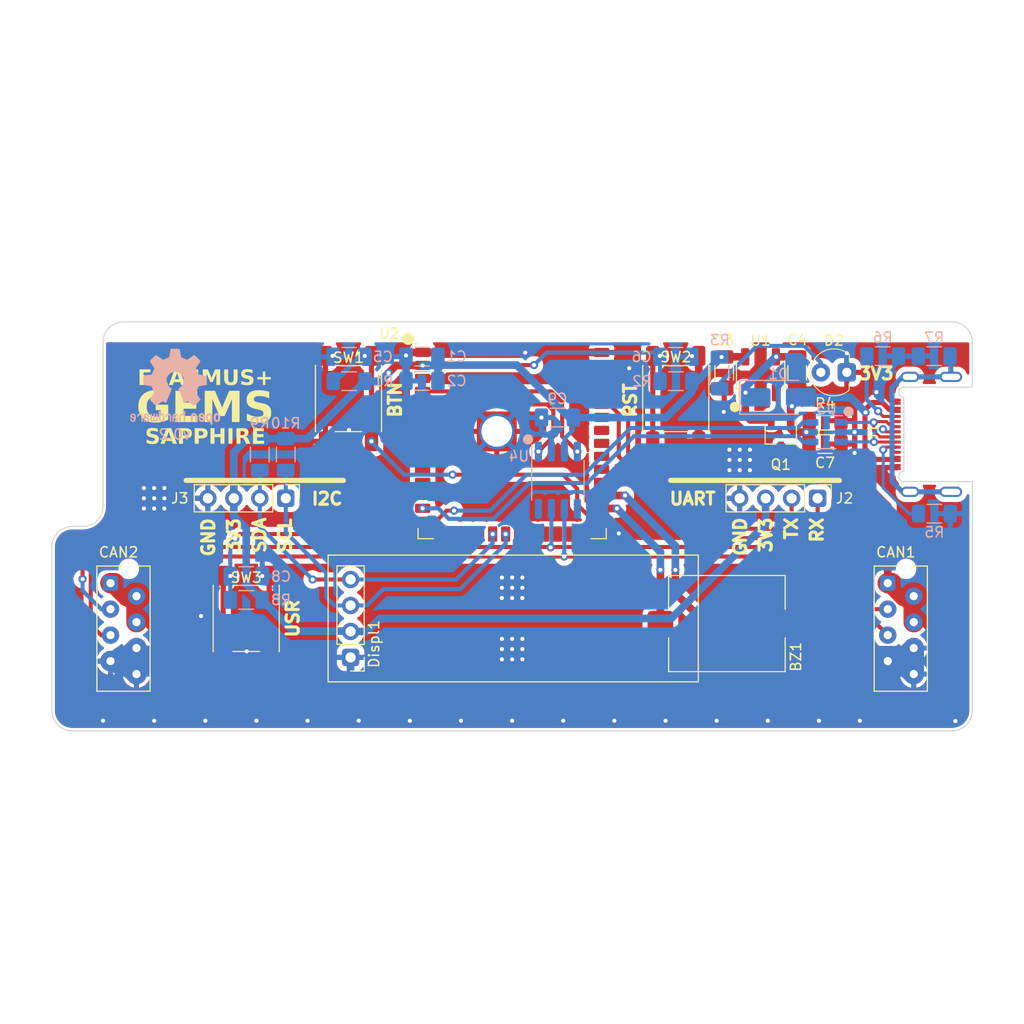
<source format=kicad_pcb>
(kicad_pcb (version 20240108) (generator "pcbnew") (generator_version "8.0")
  (title_block (title "SAPPHIRE") (date "2024-03-08") (rev "v0.2") (company "GEMS - Graceful Equalising of Mechatronics Students") (comment 2 "Contact: gasper.skulj@fs.uni-lj.si") (comment 3 "2022-1-SI01-KA220-HED-000087727") (comment 4 "Erasmus+ project KA2: Cooperation partnerships in higher education"))
  (layers (0 "F.Cu" signal) (31 "B.Cu" signal) (34 "B.Paste" user) (35 "F.Paste" user) (36 "B.SilkS" user "B.Silkscreen") (37 "F.SilkS" user "F.Silkscreen") (38 "B.Mask" user) (39 "F.Mask" user) (44 "Edge.Cuts" user))
  (net 0 "")
  (net 1 "GND")
  (net 2 "+3V3")
  (net 3 "Net-(Q1-S)")
  (net 4 "Net-(U2-IO0)")
  (net 5 "Net-(U2-EN)")
  (net 7 "VBUS")
  (net 8 "+BATT")
  (net 11 "/CAN+")
  (net 12 "Net-(D2-PadA)")
  (net 16 "Net-(J1-CC1)")
  (net 17 "Net-(J1-D--PadA7)")
  (net 18 "Net-(J1-CASE)")
  (net 19 "Net-(J1-CC2)")
  (net 20 "Net-(J1-D+-PadA6)")
  (net 22 "USB_D+")
  (net 23 "USB_D-")
  (net 24 "CAN_RX")
  (net 25 "UART_TX")
  (net 28 "UART_RX")
  (net 30 "CAN_TX")
  (net 34 "BZZR+")
  (net 35 "BZZR-")
  (net 39 "USR")
  (net 45 "SCL")
  (net 47 "/CAN-")
  (net 48 "SDA")
  (footprint "GEMS_Library:LED_D3.0mm" (layer "F.Cu") (at 181.4576 84.9376 180)
    (property "Reference" "D2")
    (property "Value" "Green")
  )
  (footprint "GEMS_Library:USB-C_MOLEX-216990-0001" (layer "F.Cu") (at 191.75 91 90)
    (property "Reference" "J1")
    (property "Value" "USB_C_USB2.0")
    (fp_line (start 3.62 -3.45) (end -3.62 -3.45) (stroke (width 0.1)) (layer "Edge.Cuts"))
    (fp_line (start 7 3.25) (end 4.62 3.25) (stroke (width 0.1)) (layer "Edge.Cuts"))
    (fp_line (start 4.62 3.25) (end 4.62 -3.45) (stroke (width 0.1)) (layer "Edge.Cuts"))
    (fp_line (start -4.62 3.25) (end -4.62 -3.45) (stroke (width 0.1)) (layer "Edge.Cuts"))
    (fp_line (start -7 3.25) (end -4.62 3.25) (stroke (width 0.1)) (layer "Edge.Cuts"))
    (fp_arc (start 3.62 -3.45) (mid 4.12 -3.95) (end 4.62 -3.45) (stroke (width 0.1)) (layer "Edge.Cuts"))
    (fp_arc (start -4.62 -3.45) (mid -4.12 -3.95) (end -3.62 -3.45) (stroke (width 0.1)) (layer "Edge.Cuts"))
  )
  (footprint "GEMS_Library:C_1206_(3216)" (layer "F.Cu") (at 177.8762 84.9884 -90)
    (property "Reference" "C4")
    (property "Value" "10uF")
  )
  (footprint "GEMS_Library:SW_PUSH_6mm_SMD" (layer "F.Cu") (at 166 87.5 -90)
    (property "Reference" "SW2")
    (property "Value" "RST")
  )
  (footprint "GEMS_Library:C_1206_(3216)" (layer "F.Cu") (at 180.594 91.948)
    (property "Reference" "C7")
    (property "Value" "0.1uF")
  )
  (footprint "GEMS_Library:SOT-23" (layer "F.Cu") (at 176.2887 90.9955 -90)
    (property "Reference" "Q1")
    (property "Value" "DMG2305UX-13")
  )
  (footprint "GEMS_Library:PinHeader_1x04_P2.54mm_Vertical" (layer "F.Cu") (at 176.06 97.25 -90)
    (property "Reference" "J2")
    (property "Value" "Conn_01x04")
  )
  (footprint "GEMS_Library:IDC8_Micro-MaTch" (layer "F.Cu") (at 112 110)
    (property "Reference" "CAN2")
    (property "Value" "CAN_connector")
  )
  (footprint "GEMS_Library:C_1206_(3216)" (layer "F.Cu") (at 170.7388 84.9884 -90)
    (property "Reference" "C3")
    (property "Value" "10uF")
  )
  (footprint "GEMS_Library:PinHeader_1x04_P2.54mm_Vertical" (layer "F.Cu") (at 124.06 97.25 -90)
    (property "Reference" "J3")
    (property "Value" "I2C")
  )
  (footprint "GEMS_Library:MDOB128032GV-WI" (layer "F.Cu") (at 134.205 109)
    (property "Reference" "Displ1")
    (property "Value" "MDOB128032GV-WI")
  )
  (footprint "GEMS_Library:SW_PUSH_6mm_SMD" (layer "F.Cu") (at 124 109 -90)
    (property "Reference" "SW3")
    (property "Value" "USR")
  )
  (footprint "GEMS_Library:SW_PUSH_6mm_SMD" (layer "F.Cu") (at 134 87.5 -90)
    (property "Reference" "SW1")
    (property "Value" "BTN")
  )
  (footprint "GEMS_Library:ESP32-S3-WROOM" (layer "F.Cu") (at 150 91.245)
    (property "Reference" "U2")
    (property "Value" "ESP32-S3-WROOM")
  )
  (footprint "GEMS_Library:IDC8_Micro-MaTch" (layer "F.Cu") (at 188 110)
    (property "Reference" "CAN1")
    (property "Value" "CAN_connector")
  )
  (footprint "GEMS_Library:SOT-89-5" (layer "F.Cu") (at 174.2934 85.1688)
    (property "Reference" "U1")
    (property "Value" "R1170H331B")
  )
  (footprint "GEMS_Library:R_1206_(3216)" (layer "F.Cu") (at 180.6077 89.662)
    (property "Reference" "R4")
    (property "Value" "100k")
  )
  (footprint "GEMS_Library:CPT-1117-83-SMT" (layer "F.Cu") (at 171 109.5 180)
    (property "Reference" "BZ1")
    (property "Value" "Buzzer")
  )
  (footprint "GEMS_Library:C_1206_(3216)" (layer "B.Cu") (at 141.1855 85.7753 180)
    (property "Reference" "C2")
    (property "Value" "0.1uF")
  )
  (footprint "GEMS_Library:C_1206_(3216)" (layer "B.Cu") (at 134.0612 83.4136 180)
    (property "Reference" "C5")
    (property "Value" "0.1uF")
  )
  (footprint "GEMS_Library:DO-214_(SMA)" (layer "B.Cu") (at 176.022 87.376)
    (property "Reference" "D1")
    (property "Value" "XBS306")
  )
  (footprint "GEMS_Library:R_1206_(3216)" (layer "B.Cu") (at 170.2816 84.9884 -90)
    (property "Reference" "R3")
    (property "Value" "240")
  )
  (footprint "GEMS_Library:R_1206_(3216)" (layer "B.Cu") (at 186.2316 83.35)
    (property "Reference" "R6")
    (property "Value" "5.1k")
  )
  (footprint "Symbol:OSHW-Logo2_9.8x8mm_SilkScreen" (layer "B.Cu") (at 117.05 86.35 180)
    (property "Reference" "REF**" (hide yes))
    (property "Value" "OSHW-Logo2_9.8x8mm_SilkScreen" (hide yes))
  )
  (footprint "GEMS_Library:C_1206_(3216)" (layer "B.Cu") (at 141.1855 83.4 180)
    (property "Reference" "C1")
    (property "Value" "10uF")
  )
  (footprint "GEMS_Library:R_1206_(3216)" (layer "B.Cu") (at 166.0144 85.8012 180)
    (property "Reference" "R2")
    (property "Value" "100k")
  )
  (footprint "GEMS_Library:SOT-23-6" (layer "B.Cu") (at 180.7464 90.7796 180)
    (property "Reference" "U3")
    (property "Value" "USBLC6-2SC6")
  )
  (footprint "GEMS_Library:R_1206_(3216)" (layer "B.Cu") (at 124.0028 107.188 180)
    (property "Reference" "R8")
    (property "Value" "100k")
  )
  (footprint "GEMS_Library:R_1206_(3216)" (layer "B.Cu") (at 191.262 83.35 180)
    (property "Reference" "R7")
    (property "Value" "1M")
  )
  (footprint "GEMS_Library:R_1206_(3216)" (layer "B.Cu") (at 127.8636 92.964 90)
    (property "Reference" "R10")
    (property "Value" "2.2k")
  )
  (footprint "GEMS_Library:R_1206_(3216)" (layer "B.Cu") (at 125.3236 92.964 90)
    (property "Reference" "R9")
    (property "Value" "2.2k")
  )
  (footprint "GEMS_Library:C_1206_(3216)" (layer "B.Cu") (at 166 83.4136)
    (property "Reference" "C6")
    (property "Value" "0.1uF")
  )
  (footprint "GEMS_Library:R_1206_(3216)" (layer "B.Cu") (at 134.0612 85.8012 180)
    (property "Reference" "R1")
    (property "Value" "100k")
  )
  (footprint "GEMS_Library:R_1206_(3216)" (layer "B.Cu") (at 191.2868 98.7552)
    (property "Reference" "R5")
    (property "Value" "5.1k")
  )
  (footprint "GEMS_Library:C_1206_(3216)" (layer "B.Cu") (at 154.432 89.3572 180)
    (property "Reference" "C9")
    (property "Value" "0.1uF")
  )
  (footprint "GEMS_Library:C_1206_(3216)" (layer "B.Cu") (at 124.0028 104.8512)
    (property "Reference" "C8")
    (property "Value" "0.1uF")
  )
  (footprint "GEMS_Library:SOIC-8" (layer "B.Cu") (at 154.4747 95.4809 -90)
    (property "Reference" "U4")
    (property "Value" "TCAN332DR")
  )
  (gr_line (start 118.125 95.5) (end 133.5 95.5) (stroke (width 0.5)) (layer "F.SilkS"))
  (gr_line (start 165.5 95.5) (end 182 95.5) (stroke (width 0.5)) (layer "F.SilkS"))
  (gr_line (start 112 80) (end 193 80) (stroke (width 0.1)) (layer "Edge.Cuts"))
  (gr_line (start 195 82) (end 195 84) (stroke (width 0.1)) (layer "Edge.Cuts"))
  (gr_arc (start 105 102) (mid 105.585786 100.585786) (end 107 100) (stroke (width 0.1)) (layer "Edge.Cuts"))
  (gr_line (start 193 120) (end 119 120) (stroke (width 0.1)) (layer "Edge.Cuts"))
  (gr_line (start 119 120) (end 107 120) (stroke (width 0.1)) (layer "Edge.Cuts"))
  (gr_line (start 110 98) (end 110 82) (stroke (width 0.1)) (layer "Edge.Cuts"))
  (gr_line (start 107 100) (end 108 100) (stroke (width 0.1)) (layer "Edge.Cuts"))
  (gr_line (start 195 118) (end 195 98) (stroke (width 0.1)) (layer "Edge.Cuts"))
  (gr_arc (start 107 120) (mid 105.585786 119.414214) (end 105 118) (stroke (width 0.1)) (layer "Edge.Cuts"))
  (gr_arc (start 195 118) (mid 194.414214 119.414214) (end 193 120) (stroke (width 0.1)) (layer "Edge.Cuts"))
  (gr_arc (start 110 82) (mid 110.585786 80.585786) (end 112 80) (stroke (width 0.1)) (layer "Edge.Cuts"))
  (gr_arc (start 110 98) (mid 109.414214 99.414214) (end 108 100) (stroke (width 0.1)) (layer "Edge.Cuts"))
  (gr_line (start 105 118) (end 105 102) (stroke (width 0.1)) (layer "Edge.Cuts"))
  (gr_arc (start 193 80) (mid 194.414214 80.585786) (end 195 82) (stroke (width 0.1)) (layer "Edge.Cuts"))
  (gr_text "v0.2" (at 117 91 0) (layer "B.SilkS") (effects (font (size 1 1)) (justify mirror)))
  (gr_text "UART" (at 165.25 98 0) (layer "F.SilkS") (effects (font (size 1.2 1.2) (thickness 0.3) (bold yes)) (justify left bottom)))
  (gr_text "SDA" (at 126 102.75 90) (layer "F.SilkS") (effects (font (size 1.2 1.2) (thickness 0.3) (bold yes)) (justify left bottom)))
  (gr_text "USR" (at 129.25 111 90) (layer "F.SilkS") (effects (font (size 1.2 1.2) (thickness 0.3) (bold yes)) (justify left bottom)))
  (gr_text "3V3" (at 183.75 85.75 0) (layer "F.SilkS") (effects (font (size 1.2 1.2) (thickness 0.3) (bold yes)) (justify left bottom)))
  (gr_text "I2C" (at 130.25 98 0) (layer "F.SilkS") (effects (font (size 1.2 1.2) (thickness 0.3) (bold yes)) (justify left bottom)))
  (gr_text "BTN" (at 139.25 89.5 90) (layer "F.SilkS") (effects (font (size 1.2 1.2) (thickness 0.3) (bold yes)) (justify left bottom)))
  (gr_text "ERASMUS+" (at 120 85.5508 0) (layer "F.SilkS") (effects (font (size 1.5 1.5) (thickness 0.2) (bold yes))))
  (gr_text "TX" (at 178 101.435714 90) (layer "F.SilkS") (effects (font (size 1.2 1.2) (thickness 0.3) (bold yes)) (justify left bottom)))
  (gr_text "GND" (at 173 103.035714 90) (layer "F.SilkS") (effects (font (size 1.2 1.2) (thickness 0.3) (bold yes)) (justify left bottom)))
  (gr_text "SCL" (at 128.5 102.75 90) (layer "F.SilkS") (effects (font (size 1.2 1.2) (thickness 0.3) (bold yes)) (justify left bottom)))
  (gr_text "SAPPHIRE" (at 120 91.3008 0) (layer "F.SilkS") (effects (font (size 1.5 1.5) (thickness 0.2) (bold yes))))
  (gr_text "GND" (at 121 103.092859 90) (layer "F.SilkS") (effects (font (size 1.2 1.2) (thickness 0.3) (bold yes)) (justify left bottom)))
  (gr_text "RST" (at 162.25 89.5 90) (layer "F.SilkS") (effects (font (size 1.2 1.2) (thickness 0.3) (bold yes)) (justify left bottom)))
  (gr_text "RX" (at 180.5 101.721428 90) (layer "F.SilkS") (effects (font (size 1.2 1.2) (thickness 0.3) (bold yes)) (justify left bottom)))
  (gr_text "GEMS" (at 120 88.5508 0) (layer "F.SilkS") (effects (font (size 3 3) (thickness 0.4) (bold yes))))
  (gr_text "3V3" (at 123.5 102.750001 90) (layer "F.SilkS") (effects (font (size 1.2 1.2) (thickness 0.3) (bold yes)) (justify left bottom)))
  (gr_text "3V3" (at 175.5 102.692856 90) (layer "F.SilkS") (effects (font (size 1.2 1.2) (thickness 0.3) (bold yes)) (justify left bottom)))
  (segment (start 125.5915 104.825) (end 126.25 104.825) (width 0.5) (layer "F.Cu") (net 1))
  (segment (start 183.5404 88.392) (end 185.0644 86.868) (width 0.5) (layer "F.Cu") (net 1))
  (segment (start 187.1472 94.2848) (end 187.1472 94.1324) (width 0.3) (layer "F.Cu") (net 1))
  (segment (start 112 113.17) (end 113.27 114.44) (width 2) (layer "F.Cu") (net 1))
  (segment (start 178.7013 87.376) (end 177.8762 86.5509) (width 0.75) (layer "F.Cu") (net 1))
  (segment (start 132.4356 83.325) (end 131.75 83.325) (width 0.5) (layer "F.Cu") (net 1))
  (segment (start 187.6 87.65) (end 187.178 87.65) (width 0.3) (layer "F.Cu") (net 1))
  (segment (start 183.4896 88.4428) (end 183.4896 89.662) (width 0.5) (layer "F.Cu") (net 1))
  (segment (start 183.4896 90.7796) (end 182.1577 90.7796) (width 0.5) (layer "F.Cu") (net 1))
  (segment (start 168.2122 83.3628) (end 168.25 83.325) (width 0.5) (layer "F.Cu") (net 1))
  (segment (start 183.5404 88.392) (end 183.4896 88.4428) (width 0.5) (layer "F.Cu") (net 1))
  (segment (start 182.1577 90.7796) (end 182.1577 91.9468) (width 0.5) (layer "F.Cu") (net 1))
  (segment (start 139.623 83.285) (end 139.918 82.99) (width 0.75) (layer "F.Cu") (net 1))
  (segment (start 182.1577 91.9468) (end 182.1565 91.948) (width 0.5) (layer "F.Cu") (net 1))
  (segment (start 183.4896 92.8116) (end 184.912 94.234) (width 0.5) (layer "F.Cu") (net 1))
  (segment (start 187.2124 94.35) (end 187.1472 94.2848) (width 0.3) (layer "F.Cu") (net 1))
  (segment (start 185.0644 86.868) (end 185.6232 86.868) (width 0.5) (layer "F.Cu") (net 1))
  (segment (start 168.25 86.5124) (end 168.25 83.325) (width 0.75) (layer "F.Cu") (net 1))
  (segment (start 182.1577 89.662) (end 182.1577 90.7796) (width 0.5) (layer "F.Cu") (net 1))
  (segment (start 187.2132 87.95) (end 187.6 87.95) (width 0.3) (layer "F.Cu") (net 1))
  (segment (start 177.8762 86.5509) (end 176.4941 85.1688) (width 0.75) (layer "F.Cu") (net 1))
  (segment (start 170.7388 86.5509) (end 168.2885 86.5509) (width 0.75) (layer "F.Cu") (net 1))
  (segment (start 141.25 82.99) (end 151.2652 82.99) (width 0.75) (layer "F.Cu") (net 1))
  (segment (start 185.6232 86.868) (end 186.1652 86.868) (width 0.5) (layer "F.Cu") (net 1))
  (segment (start 187.2296 94.05) (end 187.6 94.05) (width 0.3) (layer "F.Cu") (net 1))
  (segment (start 187.1472 94.1324) (end 187.2296 94.05) (width 0.3) (layer "F.Cu") (net 1))
  (segment (start 188 113.17) (end 186.73 113.17) (width 2) (layer "F.Cu") (net 1))
  (segment (start 187.1472 87.6808) (end 187.1472 87.884) (width 0.3) (layer "F.Cu") (net 1))
  (segment (start 183.4896 89.662) (end 182.1577 89.662) (width 0.5) (layer "F.Cu") (net 1))
  (segment (start 151.2996 82.99) (end 158.75 82.99) (width 0.75) (layer "F.Cu") (net 1))
  (segment (start 168.2885 86.5509) (end 168.25 86.5124) (width 0.75) (layer "F.Cu") (net 1))
  (segment (start 151.2824 83.0072) (end 151.2996 82.99) (width 0.75) (layer "F.Cu") (net 1))
  (segment (start 125.5653 104.8512) (end 126.25 104.8512) (width 0.5) (layer "F.Cu") (net 1))
  (segment (start 113.27 111.9) (end 113.27 114.44) (width 2) (layer "F.Cu") (net 1))
  (segment (start 187.178 87.65) (end 187.1472 87.6808) (width 0.3) (layer "F.Cu") (net 1))
  (segment (start 131.75 83.325) (end 131.75 91.675) (width 0.5) (layer "F.Cu") (net 1))
  (segment (start 151.2652 82.99) (end 151.2824 83.0072) (width 0.75) (layer "F.Cu") (net 1))
  (segment (start 187.6 94.35) (end 187.2124 94.35) (width 0.3) (layer "F.Cu") (net 1))
  (segment (start 172.1209 85.1688) (end 170.7388 86.5509) (width 0.75) (layer "F.Cu") (net 1))
  (segment (start 126.25 104.8512) (end 126.25 113.175) (width 0.5) (layer "F.Cu") (net 1))
  (segment (start 186.1652 86.868) (end 187.1472 87.85) (width 0.5) (layer "F.Cu") (net 1))
  (segment (start 139.918 82.99) (end 141.25 82.99) (width 0.75) (layer "F.Cu") (net 1))
  (segment (start 183.0832 87.376) (end 178.7013 87.376) (width 0.75) (layer "F.Cu") (net 1))
  (segment (start 187.1472 87.884) (end 187.2132 87.95) (width 0.3) (layer "F.Cu") (net 1))
  (segment (start 125.5653 104.8512) (end 125.5915 104.825) (width 0.5) (layer "F.Cu") (net 1))
  (segment (start 189.27 111.9) (end 189.27 114.44) (width 2) (layer "F.Cu") (net 1))
  (segment (start 174.2934 85.1688) (end 172.1209 85.1688) (width 0.75) (layer "F.Cu") (net 1))
  (segment (start 189.27 111.9) (end 188 113.17) (width 2) (layer "F.Cu") (net 1))
  (segment (start 183.5912 87.884) (end 183.0832 87.376) (width 0.75) (layer "F.Cu") (net 1))
  (segment (start 183.4896 92.8116) (end 183.4896 88.4428) (width 0.5) (layer "F.Cu") (net 1))
  (segment (start 184.912 94.234) (end 187.0964 94.234) (width 0.5) (layer "F.Cu") (net 1))
  (segment (start 112 113.17) (end 113.27 111.9) (width 2) (layer "F.Cu") (net 1))
  (segment (start 168.25 91.675) (end 168.25 86.5124) (width 0.75) (layer "F.Cu") (net 1))
  (segment (start 110.73 113.17) (end 112 113.17) (width 2) (layer "F.Cu") (net 1))
  (segment (start 176.4941 85.1688) (end 174.2934 85.1688) (width 0.75) (layer "F.Cu") (net 1))
  (segment (start 167.5892 83.3628) (end 168.2122 83.3628) (width 0.5) (layer "F.Cu") (net 1))
  (segment (start 189.27 114.44) (end 188 113.17) (width 2) (layer "F.Cu") (net 1))
  (via (at 115 96.25) (size 0.8) (drill 0.4) (layers "F.Cu" "B.Cu") (net 1))
  (via (at 160.4264 100.6856) (size 0.8) (drill 0.4) (layers "F.Cu" "B.Cu") (net 1))
  (via (at 125.5653 104.8512) (size 0.8) (drill 0.4) (layers "F.Cu" "B.Cu") (net 1))
  (via (at 170.688 88.7984) (size 0.8) (drill 0.4) (layers "F.Cu" "B.Cu") (net 1))
  (via (at 124.0536 112.2172) (size 0.8) (drill 0.4) (layers "F.Cu" "B.Cu") (net 1))
  (via (at 114 98.25) (size 0.8) (drill 0.4) (layers "F.Cu" "B.Cu") (net 1))
  (via (at 132.4356 83.325) (size 0.8) (drill 0.4) (layers "F.Cu" "B.Cu") (net 1))
  (via (at 114 97.25) (size 0.8) (drill 0.4) (layers "F.Cu" "B.Cu") (net 1))
  (via (at 150 113) (size 0.8) (drill 0.4) (layers "F.Cu" "B.Cu") (net 1))
  (via (at 150 111) (size 0.8) (drill 0.4) (layers "F.Cu" "B.Cu") (net 1))
  (via (at 171.25 94.5) (size 0.8) (drill 0.4) (layers "F.Cu" "B.Cu") (net 1))
  (via (at 155 119) (size 0.8) (drill 0.4) (layers "F.Cu" "B.Cu") (net 1))
  (via (at 145 119) (size 0.8) (drill 0.4) (layers "F.Cu" "B.Cu") (net 1))
  (via (at 151 111) (size 0.8) (drill 0.4) (layers "F.Cu" "B.Cu") (net 1))
  (via (at 173.25 93.5) (size 0.8) (drill 0.4) (layers "F.Cu" "B.Cu") (net 1))
  (via (at 150 106) (size 0.8) (drill 0.4) (layers "F.Cu" "B.Cu") (net 1))
  (via (at 116 96.25) (size 0.8) (drill 0.4) (layers "F.Cu" "B.Cu") (net 1))
  (via (at 183.4896 90.7796) (size 0.8) (drill 0.4) (layers "F.Cu" "B.Cu") (net 1))
  (via (at 151 107) (size 0.8) (drill 0.4) (layers "F.Cu" "B.Cu") (net 1))
  (via (at 116 98.25) (size 0.8) (drill 0.4) (layers "F.Cu" "B.Cu") (net 1))
  (via (at 160 119) (size 0.8) (drill 0.4) (layers "F.Cu" "B.Cu") (net 1))
  (via (at 182.7276 83.058) (size 0.8) (drill 0.4) (layers "F.Cu" "B.Cu") (net 1))
  (via (at 193.3448 119.0244) (size 0.8) (drill 0.4) (layers "F.Cu" "B.Cu") (net 1))
  (via (at 119.5832 108.7628) (size 0.8) (drill 0.4) (layers "F.Cu" "B.Cu") (net 1))
  (via (at 151 112) (size 0.8) (drill 0.4) (layers "F.Cu" "B.Cu") (net 1))
  (via (at 150 119) (size 0.8) (drill 0.4) (layers "F.Cu" "B.Cu") (net 1))
  (via (at 120 119) (size 0.8) (drill 0.4) (layers "F.Cu" "B.Cu") (net 1))
  (via (at 175 119) (size 0.8) (drill 0.4) (layers "F.Cu" "B.Cu") (net 1))
  (via (at 115 119) (size 0.8) (drill 0.4) (layers "F.Cu" "B.Cu") (net 1))
  (via (at 149 113) (size 0.8) (drill 0.4) (layers "F.Cu" "B.Cu") (net 1))
  (via (at 115 98.25) (size 0.8) (drill 0.4) (layers "F.Cu" "B.Cu") (net 1))
  (via (at 140 119) (size 0.8) (drill 0.4) (layers "F.Cu" "B.Cu") (net 1))
  (via (at 180 119) (size 0.8) (drill 0.4) (layers "F.Cu" "B.Cu") (net 1))
  (via (at 134.0612 90.5764) (size 0.8) (drill 0.4) (layers "F.Cu" "B.Cu") (net 1))
  (via (at 150 107) (size 0.8) (drill 0.4) (layers "F.Cu" "B.Cu") (net 1))
  (via (at 172.25 93.5) (size 0.8) (drill 0.4) (layers "F.Cu" "B.Cu") (net 1))
  (via (at 125 119) (size 0.8) (drill 0.4) (layers "F.Cu" "B.Cu") (net 1))
  (via (at 149 105) (size 0.8) (drill 0.4) (layers "F.Cu" "B.Cu") (net 1))
  (via (at 149 107) (size 0.8) (drill 0.4) (layers "F.Cu" "B.Cu") (net 1))
  (via (at 161.4424 84.5312) (size 0.8) (drill 0.4) (layers "F.Cu" "B.Cu") (net 1))
  (via (at 149 111) (size 0.8) (drill 0.4) (layers "F.Cu" "B.Cu") (net 1))
  (via (at 149 106) (size 0.8) (drill 0.4) (layers "F.Cu" "B.Cu") (net 1))
  (via (at 170 119) (size 0.8) (drill 0.4) (layers "F.Cu" "B.Cu") (net 1))
  (via (at 151 113) (size 0.8) (drill 0.4) (layers "F.Cu" "B.Cu") (net 1))
  (via (at 110 119) (size 0.8) (drill 0.4) (layers "F.Cu" "B.Cu") (net 1))
  (via (at 135 119) (size 0.8) (drill 0.4) (layers "F.Cu" "B.Cu") (net 1))
  (via (at 152.8695 89.3572) (size 0.8) (drill 0.4) (layers "F.Cu" "B.Cu") (net 1))
  (via (at 183.4896 92.8116) (size 0.8) (drill 0.4) (layers "F.Cu" "B.Cu") (net 1))
  (via (at 167.5892 83.3628) (size 0.8) (drill 0.4) (layers "F.Cu" "B.Cu") (net 1))
  (via (at 151 105) (size 0.8) (drill 0.4) (layers "F.Cu" "B.Cu") (net 1))
  (via (at 171.25 92.5) (size 0.8) (drill 0.4) (layers "F.Cu" "B.Cu") (net 1))
  (via (at 116 97.25) (size 0.8) (drill 0.4) (layers "F.Cu" "B.Cu") (net 1))
  (via (at 172.25 92.5) (size 0.8) (drill 0.4) (layers "F.Cu" "B.Cu") (net 1))
  (via (at 150 112) (size 0.8) (drill 0.4) (layers "F.Cu" "B.Cu") (net 1))
  (via (at 130 119) (size 0.8) (drill 0.4) (layers "F.Cu" "B.Cu") (net 1))
  (via (at 151.2824 83.0072) (size 0.8) (drill 0.4) (layers "F.Cu" "B.Cu") (net 1))
  (via (at 151 106) (size 0.8) (drill 0.4) (layers "F.Cu" "B.Cu") (net 1))
  (via (at 139.623 83.285) (size 0.8) (drill 0.4) (layers "F.Cu" "B.Cu") (net 1))
  (via (at 171.25 93.5) (size 0.8) (drill 0.4) (layers "F.Cu" "B.Cu") (net 1))
  (via (at 172.25 94.5) (size 0.8) (drill 0.4) (layers "F.Cu" "B.Cu") (net 1))
  (via (at 150 105) (size 0.8) (drill 0.4) (layers "F.Cu" "B.Cu") (net 1))
  (via (at 114 96.25) (size 0.8) (drill 0.4) (layers "F.Cu" "B.Cu") (net 1))
  (via (at 149 112) (size 0.8) (drill 0.4) (layers "F.Cu" "B.Cu") (net 1))
  (via (at 185.6232 86.868) (size 0.8) (drill 0.4) (layers "F.Cu" "B.Cu") (net 1))
  (via (at 173.25 94.5) (size 0.8) (drill 0.4) (layers "F.Cu" "B.Cu") (net 1))
  (via (at 173.25 92.5) (size 0.8) (drill 0.4) (layers "F.Cu" "B.Cu") (net 1))
  (via (at 184 119) (size 0.8) (drill 0.4) (layers "F.Cu" "B.Cu") (net 1))
  (via (at 115 97.25) (size 0.8) (drill 0.4) (layers "F.Cu" "B.Cu") (net 1))
  (via (at 165 119) (size 0.8) (drill 0.4) (layers "F.Cu" "B.Cu") (net 1))
  (segment (start 134.25 116.5) (end 182.353755 116.5) (width 3) (layer "B.Cu") (net 1))
  (segment (start 152.8695 90.4871) (end 152.8695 89.3572) (width 0.4) (layer "B.Cu") (net 1))
  (segment (start 115.202 113.17) (end 118.532 116.5) (width 3) (layer "B.Cu") (net 1))
  (segment (start 182.7276 83.058) (end 182.7276 84.9376) (width 0.5) (layer "B.Cu") (net 1))
  (segment (start 185.6232 86.0044) (end 187.7816 83.846) (width 0.5) (layer "B.Cu") (net 1))
  (segment (start 139.623 83.4) (end 139.623 85.7753) (width 0.75) (layer "B.Cu") (net 1))
  (segment (start 112 113.17) (end 113.27 111.9) (width 2) (layer "B.Cu") (net 1))
  (segment (start 134.205 116.455) (end 134.25 116.5) (width 0.75) (layer "B.Cu") (net 1))
  (segment (start 153.8397 91.4573) (end 152.8695 90.4871) (width 0.4) (layer "B.Cu") (net 1))
  (segment (start 118.532 116.5) (end 134.25 116.5) (width 3) (layer "B.Cu") (net 1))
  (segment (start 189.27 111.9) (end 189.27 113.5) (width 2) (layer "B.Cu") (net 1))
  (segment (start 187.7816 83.846) (end 187.7816 83.35) (width 0.5) (layer "B.Cu") (net 1))
  (segment (start 185.6232 86.868) (end 185.6232 86.0044) (width 0.5) (layer "B.Cu") (net 1))
  (segment (start 188 113.17) (end 186.73 113.17) (width 2) (layer "B.Cu") (net 1))
  (segment (start 185.673755 113.18) (end 187.99 113.18) (width 3) (layer "B.Cu") (net 1))
  (segment (start 112 113.17) (end 115.202 113.17) (width 3) (layer "B.Cu") (net 1))
  (segment (start 187.99 113.18) (end 188 113.17) (width 3) (layer "B.Cu") (net 1))
  (segment (start 189.27 111.9) (end 188 113.17) (width 2) (layer "B.Cu") (net 1))
  (segment (start 188.94 113.17) (end 189.27 113.5) (width 2) (layer "B.Cu") (net 1))
  (segment (start 110.73 113.17) (end 112 113.17) (width 2) (layer "B.Cu") (net 1))
  (segment (start 187.7816 83.35) (end 189.712 83.35) (width 0.5) (layer "B.Cu") (net 1))
  (segment (start 188 113.17) (end 189.27 114.44) (width 2) (layer "B.Cu") (net 1))
  (segment (start 112 113.17) (end 113.27 114.44) (width 2) (layer "B.Cu") (net 1))
  (segment (start 189.27 113.5) (end 189.27 114.44) (width 2) (layer "B.Cu") (net 1))
  (segment (start 183.4896 90.7796) (end 182.1464 90.7796) (width 0.5) (layer "B.Cu") (net 1))
  (segment (start 153.8397 92.6809) (end 153.8397 91.4573) (width 0.4) (layer "B.Cu") (net 1))
  (segment (start 134.205 112.81) (end 134.205 116.455) (width 0.75) (layer "B.Cu") (net 1))
  (segment (start 182.353755 116.5) (end 185.673755 113.18) (width 3) (layer "B.Cu") (net 1))
  (segment (start 170.4973 83.4259) (end 170.7388 83.4259) (width 0.5) (layer "F.Cu") (net 2))
  (segment (start 170.4848 83.4384) (end 170.5044 83.4188) (width 0.75) (layer "F.Cu") (net 2))
  (segment (start 170.4848 83.4384) (end 170.4973 83.4259) (width 0.5) (layer "F.Cu") (net 2))
  (segment (start 170.5044 83.4188) (end 172.7934 83.4188) (width 0.75) (layer "F.Cu") (net 2))
  (segment (start 141.25 84.26) (end 138.6504 84.26) (width 0.75) (layer "F.Cu") (net 2))
  (segment (start 138.6504 84.26) (end 137.922 84.9884) (width 0.75) (layer "F.Cu") (net 2))
  (via (at 141.25 84.26) (size 0.8) (drill 0.4) (layers "F.Cu" "B.Cu") (net 2))
  (via (at 170.4848 83.4384) (size 0.8) (drill 0.4) (layers "F.Cu" "B.Cu") (net 2))
  (via (at 137.922 84.9884) (size 0.8) (drill 0.4) (layers "F.Cu" "B.Cu") (net 2))
  (segment (start 127.8636 91.414) (end 125.3236 91.414) (width 0.75) (layer "B.Cu") (net 2))
  (segment (start 165.0492 89.3572) (end 156.0961 89.3572) (width 0.75) (layer "B.Cu") (net 2))
  (segment (start 155.5881 89.3572) (end 150.4573 84.2264) (width 0.75) (layer "B.Cu") (net 2))
  (segment (start 155.9945 89.3572) (end 155.5881 89.3572) (width 0.75) (layer "B.Cu") (net 2))
  (segment (start 137.0752 109) (end 165.574 109) (width 0.75) (layer "B.Cu") (net 2))
  (segment (start 155.1097 91.4227) (end 155.1097 92.6809) (width 0.4) (layer "B.Cu") (net 2))
  (segment (start 122.79 98.99) (end 124.0028 100.2028) (width 0.75) (layer "B.Cu") (net 2))
  (segment (start 122.79 97.25) (end 122.79 98.99) (width 0.75) (layer "B.Cu") (net 2))
  (segment (start 122.79 97.25) (end 122.79 92.7544) (width 0.75) (layer "B.Cu") (net 2))
  (segment (start 155.9437 90.5887) (end 155.1097 91.4227) (width 0.4) (layer "B.Cu") (net 2))
  (segment (start 170.4848 83.4384) (end 170.46 83.4384) (width 0.75) (layer "B.Cu") (net 2))
  (segment (start 129.9984 91.414) (end 127.8636 91.414) (width 0.75) (layer "B.Cu") (net 2))
  (segment (start 142.748 83.4) (end 142.748 84.2264) (width 0.75) (layer "B.Cu") (net 2))
  (segment (start 170.46 83.4384) (end 168.0972 85.8012) (width 0.75) (layer "B.Cu") (net 2))
  (segment (start 155.9437 89.408) (end 155.9437 90.5887) (width 0.4) (layer "B.Cu") (net 2))
  (segment (start 124.0028 105.638) (end 125.5528 107.188) (width 0.75) (layer "B.Cu") (net 2))
  (segment (start 137.1092 85.8012) (end 135.6112 85.8012) (width 0.75) (layer "B.Cu") (net 2))
  (segment (start 128.6008 110.236) (end 134.171 110.236) (width 0.75) (layer "B.Cu") (net 2))
  (segment (start 168.0972 85.8012) (end 167.5644 85.8012) (width 0.75) (layer "B.Cu") (net 2))
  (segment (start 124.1304 91.414) (end 125.3236 91.414) (width 0.75) (layer "B.Cu") (net 2))
  (segment (start 125.5528 107.188) (end 128.6008 110.236) (width 0.75) (layer "B.Cu") (net 2))
  (segment (start 137.922 84.9884) (end 137.1092 85.8012) (width 0.75) (layer "B.Cu") (net 2))
  (segment (start 150.4573 84.2264) (end 142.748 84.2264) (width 0.75) (layer "B.Cu") (net 2))
  (segment (start 129.9984 91.414) (end 135.6112 85.8012) (width 0.75) (layer "B.Cu") (net 2))
  (segment (start 167.5644 86.842) (end 165.0492 89.3572) (width 0.75) (layer "B.Cu") (net 2))
  (segment (start 165.574 109) (end 174.79 99.784) (width 0.75) (layer "B.Cu") (net 2))
  (segment (start 122.79 92.7544) (end 124.1304 91.414) (width 0.75) (layer "B.Cu") (net 2))
  (segment (start 134.205 110.27) (end 135.8052 110.27) (width 0.75) (layer "B.Cu") (net 2))
  (segment (start 142.7144 84.26) (end 142.748 84.2264) (width 0.75) (layer "B.Cu") (net 2))
  (segment (start 167.5644 85.8012) (end 167.5644 86.842) (width 0.75) (layer "B.Cu") (net 2))
  (segment (start 135.8052 110.27) (end 137.0752 109) (width 0.75) (layer "B.Cu") (net 2))
  (segment (start 141.25 84.26) (end 142.7144 84.26) (width 0.75) (layer "B.Cu") (net 2))
  (segment (start 142.748 84.2264) (end 142.748 85.7753) (width 0.75) (layer "B.Cu") (net 2))
  (segment (start 174.79 99.784) (end 174.79 97.25) (width 0.75) (layer "B.Cu") (net 2))
  (segment (start 124.0028 100.2028) (end 124.0028 105.638) (width 0.75) (layer "B.Cu") (net 2))
  (segment (start 134.171 110.236) (end 134.205 110.27) (width 0.75) (layer "B.Cu") (net 2))
  (segment (start 175.8005 83.4259) (end 175.7934 83.4188) (width 0.5) (layer "F.Cu") (net 3))
  (segment (start 172.7934 86.9188) (end 172.8216 86.9188) (width 0.75) (layer "F.Cu") (net 3))
  (segment (start 175.8311 83.4259) (end 175.8188 83.4136) (width 0.75) (layer "F.Cu") (net 3))
  (segment (start 177.8762 83.4754) (end 177.8762 83.4259) (width 0.5) (layer "F.Cu") (net 3))
  (segment (start 172.8216 86.9188) (end 172.7934 89.075) (width 0.75) (layer "F.Cu") (net 3))
  (segment (start 175.8188 83.4136) (end 175.8065 83.4259) (width 0.75) (layer "F.Cu") (net 3))
  (segment (start 177.8762 83.4259) (end 175.8311 83.4259) (width 0.75) (layer "F.Cu") (net 3))
  (segment (start 175.8065 83.4259) (end 175.8005 83.4259) (width 0.75) (layer "F.Cu") (net 3))
  (segment (start 172.7934 89.075) (end 173.3039 89.5855) (width 0.75) (layer "F.Cu") (net 3))
  (segment (start 173.3039 89.5855) (end 175.3387 89.5855) (width 0.75) (layer "F.Cu") (net 3))
  (via (at 175.8188 83.4136) (size 0.8) (drill 0.4) (layers "F.Cu" "B.Cu") (net 3))
  (via (at 172.8216 86.9188) (size 0.8) (drill 0.4) (layers "F.Cu" "B.Cu") (net 3))
  (segment (start 175.768 83.4136) (end 172.8216 86.36) (width 0.75) (layer "B.Cu") (net 3))
  (segment (start 172.8216 86.36) (end 172.8216 86.9188) (width 0.75) (layer "B.Cu") (net 3))
  (segment (start 175.8188 83.4136) (end 175.768 83.4136) (width 0.75) (layer "B.Cu") (net 3))
  (segment (start 144.1704 94.9452) (end 154.9908 94.9452) (width 0.4) (layer "F.Cu") (net 4))
  (segment (start 136.25 83.325) (end 136.25 91.675) (width 0.5) (layer "F.Cu") (net 4))
  (segment (start 135.5852 83.325) (end 136.25 83.325) (width 0.5) (layer "F.Cu") (net 4))
  (segment (start 156.3624 97.862399) (end 158.000001 99.5) (width 0.4) (layer "F.Cu") (net 4))
  (segment (start 158.000001 99.5) (end 158.75 99.5) (width 0.4) (layer "F.Cu") (net 4))
  (segment (start 154.9908 94.9452) (end 156.3624 96.3168) (width 0.4) (layer "F.Cu") (net 4))
  (segment (start 156.3624 96.3168) (end 156.3624 97.862399) (width 0.4) (layer "F.Cu") (net 4))
  (via (at 144.1704 94.9452) (size 0.8) (drill 0.4) (layers "F.Cu" "B.Cu") (net 4))
  (via (at 136.25 91.675) (size 0.8) (drill 0.4) (layers "F.Cu" "B.Cu") (net 4))
  (via (at 135.5852 83.325) (size 0.8) (drill 0.4) (layers "F.Cu" "B.Cu") (net 4))
  (segment (start 135.5852 83.325) (end 135.1658 83.325) (width 0.5) (layer "B.Cu") (net 4))
  (segment (start 132.6896 85.8012) (end 132.5112 85.8012) (width 0.5) (layer "B.Cu") (net 4))
  (segment (start 135.1658 83.325) (end 132.6896 85.8012) (width 0.5) (layer "B.Cu") (net 4))
  (segment (start 135.5852 83.325) (end 135.5852 83.3751) (width 0.5) (layer "B.Cu") (net 4))
  (segment (start 136.25 91.75) (end 136.25 91.675) (width 0.4) (layer "B.Cu") (net 4))
  (segment (start 135.5852 83.3751) (end 135.6237 83.4136) (width 0.5) (layer "B.Cu") (net 4))
  (segment (start 139.4452 94.9452) (end 136.25 91.75) (width 0.4) (layer "B.Cu") (net 4))
  (segment (start 144.1704 94.9452) (end 139.4452 94.9452) (width 0.4) (layer "B.Cu") (net 4))
  (segment (start 141.999999 85.53) (end 141.25 85.53) (width 0.4) (layer "F.Cu") (net 5))
  (segment (start 164.4526 83.325) (end 163.75 83.325) (width 0.5) (layer "F.Cu") (net 5))
  (segment (start 152.146 84.2264) (end 143.303599 84.2264) (width 0.4) (layer "F.Cu") (net 5))
  (segment (start 143.303599 84.2264) (end 141.999999 85.53) (width 0.4) (layer "F.Cu") (net 5))
  (segment (start 163.75 91.675) (end 163.75 83.325) (width 0.5) (layer "F.Cu") (net 5))
  (via (at 152.146 84.2264) (size 0.8) (drill 0.4) (layers "F.Cu" "B.Cu") (net 5))
  (via (at 164.4526 83.325) (size 0.8) (drill 0.4) (layers "F.Cu" "B.Cu") (net 5))
  (segment (start 164.4644 83.3368) (end 164.4644 83.4405) (width 0.5) (layer "B.Cu") (net 5))
  (segment (start 164.4526 83.325) (end 164.4644 83.3368) (width 0.5) (layer "B.Cu") (net 5))
  (segment (start 164.4526 83.325) (end 164.4375 83.3401) (width 0.5) (layer "B.Cu") (net 5))
  (segment (start 152.146 84.2264) (end 153.3652 83.0072) (width 0.4) (layer "B.Cu") (net 5))
  (segment (start 164.0311 83.0072) (end 164.4375 83.4136) (width 0.4) (layer "B.Cu") (net 5))
  (segment (start 153.3652 83.0072) (end 164.0311 83.0072) (width 0.4) (layer "B.Cu") (net 5))
  (segment (start 164.4375 83.3401) (end 164.4375 83.4136) (width 0.5) (layer "B.Cu") (net 5))
  (segment (start 164.4644 85.8012) (end 164.4644 83.4405) (width 0.4) (layer "B.Cu") (net 5))
  (segment (start 186.9964 88.55) (end 187.0964 88.65) (width 0.5) (layer "F.Cu") (net 7))
  (segment (start 178.7652 90.7796) (end 179.07 90.7796) (width 0.5) (layer "F.Cu") (net 7))
  (segment (start 177.5714 90.7796) (end 177.2387 90.4469) (width 0.75) (layer "F.Cu") (net 7))
  (segment (start 184.5056 88.9) (end 184.5564 88.8492) (width 0.5) (layer "F.Cu") (net 7))
  (segment (start 187.6 88.45) (end 187.1908 88.45) (width 0.3) (layer "F.Cu") (net 7))
  (segment (start 187.1472 93.5228) (end 187.1744 93.55) (width 0.3) (layer "F.Cu") (net 7))
  (segment (start 187.1472 93.3196) (end 187.1472 93.5228) (width 0.3) (layer "F.Cu") (net 7))
  (segment (start 179.07 90.7796) (end 179.07 91.9111) (width 0.5) (layer "F.Cu") (net 7))
  (segment (start 187.1908 88.45) (end 187.0964 88.5444) (width 0.3) (layer "F.Cu") (net 7))
  (segment (start 187.0964 88.6968) (end 187.1496 88.75) (width 0.3) (layer "F.Cu") (net 7))
  (segment (start 185.5504 93.45) (end 187.1472 93.45) (width 0.5) (layer "F.Cu") (net 7))
  (segment (start 184.5564 88.8492) (end 184.5564 88.5444) (width 0.5) (layer "F.Cu") (net 7))
  (segment (start 179.0577 89.662) (end 179.07 89.6743) (width 0.5) (layer "F.Cu") (net 7))
  (segment (start 184.5056 92.4052) (end 184.5056 88.9) (width 0.5) (layer "F.Cu") (net 7))
  (segment (start 178.7652 90.7796) (end 177.5714 90.7796) (width 0.75) (layer "F.Cu") (net 7))
  (segment (start 177.2387 90.4469) (end 177.2387 89.5855) (width 0.75) (layer "F.Cu") (net 7))
  (segment (start 186.19125 87.884) (end 186.85725 88.55) (width 0.5) (layer "F.Cu") (net 7))
  (segment (start 187.1744 93.55) (end 187.6 93.55) (width 0.3) (layer "F.Cu") (net 7))
  (segment (start 179.07 89.6743) (end 179.07 90.7796) (width 0.5) (layer "F.Cu") (net 7))
  (segment (start 187.6 93.25) (end 187.2168 93.25) (width 0.3) (layer "F.Cu") (net 7))
  (segment (start 187.2168 93.25) (end 187.1472 93.3196) (width 0.3) (layer "F.Cu") (net 7))
  (segment (start 185.1914 93.091) (end 185.5504 93.45) (width 0.5) (layer "F.Cu") (net 7))
  (segment (start 185.1914 93.091) (end 184.5056 92.4052) (width 0.5) (layer "F.Cu") (net 7))
  (segment (start 177.2387 88.3593) (end 177.2387 89.5855) (width 0.75) (layer "F.Cu") (net 7))
  (segment (start 187.1496 88.75) (end 187.6 88.75) (width 0.3) (layer "F.Cu") (net 7))
  (segment (start 179.07 91.9111) (end 179.0577 91.9234) (width 0.5) (layer "F.Cu") (net 7))
  (segment (start 185.2168 87.884) (end 186.19125 87.884) (width 0.5) (layer "F.Cu") (net 7))
  (segment (start 186.85725 88.55) (end 186.9964 88.55) (width 0.5) (layer "F.Cu") (net 7))
  (segment (start 187.0964 88.5444) (end 187.0964 88.6968) (width 0.3) (layer "F.Cu") (net 7))
  (segment (start 184.5564 88.5444) (end 185.2168 87.884) (width 0.5) (layer "F.Cu") (net 7))
  (segment (start 177.3584 88.2396) (end 177.2387 88.3593) (width 0.75) (layer "F.Cu") (net 7))
  (via (at 184.5564 88.8492) (size 0.8) (drill 0.4) (layers "F.Cu" "B.Cu") (net 7))
  (via (at 177.3584 88.2396) (size 0.8) (drill 0.4) (layers "F.Cu" "B.Cu") (net 7))
  (via (at 178.7652 90.7796) (size 0.8) (drill 0.4) (layers "F.Cu" "B.Cu") (net 7))
  (segment (start 178.222 87.376) (end 183.0832 87.376) (width 0.75) (layer "B.Cu") (net 7))
  (segment (start 177.3584 88.2396) (end 178.222 87.376) (width 0.75) (layer "B.Cu") (net 7))
  (segment (start 179.3464 90.7796) (end 178.7652 90.7796) (width 0.5) (layer "B.Cu") (net 7))
  (segment (start 183.0832 87.376) (end 184.5564 88.8492) (width 0.75) (layer "B.Cu") (net 7))
  (segment (start 189.27 106.82) (end 189.27 109.36) (width 2) (layer "F.Cu") (net 8))
  (segment (start 116.5 110.05) (end 116.5 114.5) (width 3) (layer "F.Cu") (net 8))
  (segment (start 192.278 109.828) (end 189.27 106.82) (width 3) (layer "F.Cu") (net 8))
  (segment (start 113.27 106.82) (end 116.5 110.05) (width 3) (layer "F.Cu") (net 8))
  (segment (start 112.359138 106.82) (end 111.089138 105.55) (width 2) (layer "F.Cu") (net 8))
  (segment (start 182.2196 93.5228) (end 186.73 98.0332) (width 0.75) (layer "F.Cu") (net 8))
  (segment (start 186.7476 117.3988) (end 190.754 117.3988) (width 3) (layer "F.Cu") (net 8))
  (segment (start 116.5 114.5) (end 118.5 116.5) (width 3) (layer "F.Cu") (net 8))
  (segment (start 186.73 98.0332) (end 186.73 105.55) (width 0.75) (layer "F.Cu") (net 8))
  (segment (start 188.359138 106.82) (end 187.089138 105.55) (width 2) (layer "F.Cu") (net 8))
  (segment (start 189.27 106.82) (end 188.359138 106.82) (width 2) (layer "F.Cu") (net 8))
  (segment (start 185.8488 116.5) (end 186.7476 117.3988) (width 3) (layer "F.Cu") (net 8))
  (segment (start 176.2887 93.1291) (end 176.6824 93.5228) (width 0.75) (layer "F.Cu") (net 8))
  (segment (start 187.089138 105.55) (end 186.73 105.55) (width 2) (layer "F.Cu") (net 8))
  (segment (start 113.27 106.82) (end 113.27 109.36) (width 2) (layer "F.Cu") (net 8))
  (segment (start 192.278 115.8748) (end 192.278 109.828) (width 3) (layer "F.Cu") (net 8))
  (segment (start 113.27 106.82) (end 112.359138 106.82) (width 2) (layer "F.Cu") (net 8))
  (segment (start 190.754 117.3988) (end 192.278 115.8748) (width 3) (layer "F.Cu") (net 8))
  (segment (start 111.089138 105.55) (end 110.73 105.55) (width 2) (layer "F.Cu") (net 8))
  (segment (start 118.5 116.5) (end 185.8488 116.5) (width 3) (layer "F.Cu") (net 8))
  (segment (start 176.2887 92.4055) (end 176.2887 93.1291) (width 0.75) (layer "F.Cu") (net 8))
  (segment (start 176.6824 93.5228) (end 182.2196 93.5228) (width 0.75) (layer "F.Cu") (net 8))
  (segment (start 107.998704 105.156) (end 108.0008 105.153904) (width 0.4) (layer "F.Cu") (net 11))
  (segment (start 179.032039 102.0128) (end 185.109239 108.09) (width 0.4) (layer "F.Cu") (net 11))
  (segment (start 185.109239 108.09) (end 186.73 108.09) (width 0.4) (layer "F.Cu") (net 11))
  (segment (start 109.816314 102.0128) (end 179.032039 102.0128) (width 0.4) (layer "F.Cu") (net 11))
  (segment (start 108.0008 105.153904) (end 108.0008 103.828314) (width 0.4) (layer "F.Cu") (net 11))
  (segment (start 108.0008 103.828314) (end 109.816314 102.0128) (width 0.4) (layer "F.Cu") (net 11))
  (via (at 107.998704 105.156) (size 0.8) (drill 0.4) (layers "F.Cu" "B.Cu") (net 11))
  (via (at 153.762389 102.050492) (size 0.8) (drill 0.4) (layers "F.Cu" "B.Cu") (net 11))
  (segment (start 109.8172 108.09) (end 110.73 108.09) (width 0.4) (layer "B.Cu") (net 11))
  (segment (start 153.8397 101.973181) (end 153.8397 98.2809) (width 0.4) (layer "B.Cu") (net 11))
  (segment (start 153.762389 102.050492) (end 153.8397 101.973181) (width 0.4) (layer "B.Cu") (net 11))
  (segment (start 107.998704 106.271504) (end 109.8172 108.09) (width 0.4) (layer "B.Cu") (net 11))
  (segment (start 107.998704 105.156) (end 107.998704 106.271504) (width 0.4) (layer "B.Cu") (net 11))
  (segment (start 170.2816 86.5384) (end 170.2816 86.0044) (width 0.4) (layer "B.Cu") (net 12))
  (segment (start 173.9392 82.3468) (end 178.562 82.3468) (width 0.4) (layer "B.Cu") (net 12))
  (segment (start 178.562 82.3468) (end 180.1876 83.9724) (width 0.4) (layer "B.Cu") (net 12))
  (segment (start 170.2816 86.0044) (end 173.9392 82.3468) (width 0.4) (layer "B.Cu") (net 12))
  (segment (start 180.1876 83.9724) (end 180.1876 84.9376) (width 0.4) (layer "B.Cu") (net 12))
  (segment (start 187.6 92.25) (end 186.5336 92.25) (width 0.3) (layer "F.Cu") (net 16))
  (segment (start 186.5336 92.25) (end 186.2836 92.5) (width 0.3) (layer "F.Cu") (net 16))
  (via (at 186.2836 92.5) (size 0.8) (drill 0.4) (layers "F.Cu" "B.Cu") (net 16))
  (segment (start 186.2836 96.2152) (end 188.8236 98.7552) (width 0.3) (layer "B.Cu") (net 16))
  (segment (start 188.8236 98.7552) (end 189.7368 98.7552) (width 0.3) (layer "B.Cu") (net 16))
  (segment (start 186.2836 92.5) (end 186.2836 96.2152) (width 0.3) (layer "B.Cu") (net 16))
  (segment (start 186.265198 90.5) (end 186.515198 90.75) (width 0.3) (layer "F.Cu") (net 17))
  (segment (start 186.515198 90.75) (end 187.6 90.75) (width 0.3) (layer "F.Cu") (net 17))
  (segment (start 185.380538 91.75) (end 187.6 91.75) (width 0.3) (layer "F.Cu") (net 17))
  (via (at 186.265198 90.5) (size 0.8) (drill 0.4) (layers "F.Cu" "B.Cu") (net 17))
  (via (at 185.380538 91.75) (size 0.8) (drill 0.4) (layers "F.Cu" "B.Cu") (net 17))
  (segment (start 186.265198 90.5) (end 185.7504 90.5) (width 0.3) (layer "B.Cu") (net 17))
  (segment (start 185.380538 91.75) (end 185.360138 91.7296) (width 0.3) (layer "B.Cu") (net 17))
  (segment (start 185.380538 90.869862) (end 185.380538 91.75) (width 0.3) (layer "B.Cu") (net 17))
  (segment (start 185.7504 90.5) (end 185.380538 90.869862) (width 0.3) (layer "B.Cu") (net 17))
  (segment (start 185.360138 91.7296) (end 182.1464 91.7296) (width 0.3) (layer "B.Cu") (net 17))
  (segment (start 188.1616 96.62) (end 188.9 96.62) (width 0.5) (layer "B.Cu") (net 18))
  (segment (start 187.1472 86.4108) (end 187.1472 95.6056) (width 0.5) (layer "B.Cu") (net 18))
  (segment (start 192.9 85.38) (end 192.9 83.3492) (width 0.5) (layer "B.Cu") (net 18))
  (segment (start 187.1472 95.6056) (end 188.1616 96.62) (width 0.5) (layer "B.Cu") (net 18))
  (segment (start 188.9 85.38) (end 188.178 85.38) (width 0.5) (layer "B.Cu") (net 18))
  (segment (start 188.178 85.38) (end 187.1472 86.4108) (width 0.5) (layer "B.Cu") (net 18))
  (segment (start 192.9 96.62) (end 188.9 96.62) (width 0.5) (layer "B.Cu") (net 18))
  (segment (start 192.9 85.38) (end 188.9 85.38) (width 0.5) (layer "B.Cu") (net 18))
  (segment (start 185.788784 88.760784) (end 186.278 89.25) (width 0.3) (layer "F.Cu") (net 19))
  (segment (start 185.788784 88.734) (end 185.788784 88.760784) (width 0.3) (layer "F.Cu") (net 19))
  (segment (start 186.278 89.25) (end 187.6 89.25) (width 0.3) (layer "F.Cu") (net 19))
  (via (at 185.788784 88.734) (size 0.8) (drill 0.4) (layers "F.Cu" "B.Cu") (net 19))
  (segment (start 184.658 87.603216) (end 184.658 83.2848) (width 0.4) (layer "B.Cu") (net 19))
  (segment (start 185.788784 88.734) (end 184.658 87.603216) (width 0.4) (layer "B.Cu") (net 19))
  (segment (start 187.09688 90.25) (end 187.6 90.25) (width 0.3) (layer "F.Cu") (net 20))
  (segment (start 186.7643 89.91742) (end 187.09688 90.25) (width 0.3) (layer "F.Cu") (net 20))
  (segment (start 185.3556 89.8296) (end 185.3556 90.6644) (width 0.3) (layer "F.Cu") (net 20))
  (segment (start 185.4352 89.75) (end 186.5983 89.75) (width 0.3) (layer "F.Cu") (net 20))
  (segment (start 186.5983 89.75) (end 186.7643 89.916) (width 0.3) (layer "F.Cu") (net 20))
  (segment (start 185.9412 91.25) (end 187.6 91.25) (width 0.3) (layer "F.Cu") (net 20))
  (segment (start 185.3556 90.6644) (end 185.9412 91.25) (width 0.3) (layer "F.Cu") (net 20))
  (segment (start 186.7643 89.916) (end 186.7643 89.91742) (width 0.3) (layer "F.Cu") (net 20))
  (segment (start 185.3556 89.8296) (end 185.4352 89.75) (width 0.3) (layer "F.Cu") (net 20))
  (via (at 185.3556 89.8296) (size 0.8) (drill 0.4) (layers "F.Cu" "B.Cu") (net 20))
  (segment (start 185.3556 89.8296) (end 182.1464 89.8296) (width 0.3) (layer "B.Cu") (net 20))
  (segment (start 143.6052 98.4568) (end 142.562 99.5) (width 0.4) (layer "F.Cu") (net 22))
  (segment (start 142.562 99.5) (end 141.25 99.5) (width 0.4) (layer "F.Cu") (net 22))
  (segment (start 144.3228 98.4568) (end 143.6052 98.4568) (width 0.4) (layer "F.Cu") (net 22))
  (via (at 144.3228 98.4568) (size 0.8) (drill 0.4) (layers "F.Cu" "B.Cu") (net 22))
  (segment (start 157.009514 94.9516) (end 161.581514 90.3796) (width 0.4) (layer "B.Cu") (net 22))
  (segment (start 151.370714 94.9516) (end 157.009514 94.9516) (width 0.4) (layer "B.Cu") (net 22))
  (segment (start 177.896399 90.3796) (end 178.446399 89.8296) (width 0.4) (layer "B.Cu") (net 22))
  (segment (start 178.446399 89.8296) (end 179.3464 89.8296) (width 0.4) (layer "B.Cu") (net 22))
  (segment (start 147.865514 98.4568) (end 151.370714 94.9516) (width 0.4) (layer "B.Cu") (net 22))
  (segment (start 161.581514 90.3796) (end 177.896399 90.3796) (width 0.4) (layer "B.Cu") (net 22))
  (segment (start 144.3228 98.4568) (end 147.865514 98.4568) (width 0.4) (layer "B.Cu") (net 22))
  (via (at 141.25 98.23) (size 0.8) (drill 0.4) (layers "F.Cu" "B.Cu") (net 23))
  (segment (start 177.896399 91.1796) (end 161.912886 91.1796) (width 0.4) (layer "B.Cu") (net 23))
  (segment (start 151.702086 95.7516) (end 148.196886 99.2568) (width 0.4) (layer "B.Cu") (net 23))
  (segment (start 178.446399 91.7296) (end 177.896399 91.1796) (width 0.4) (layer "B.Cu") (net 23))
  (segment (start 142.7816 98.23) (end 141.25 98.23) (width 0.4) (layer "B.Cu") (net 23))
  (segment (start 157.340886 95.7516) (end 151.702086 95.7516) (width 0.4) (layer "B.Cu") (net 23))
  (segment (start 179.3464 91.7296) (end 178.446399 91.7296) (width 0.4) (layer "B.Cu") (net 23))
  (segment (start 143.8084 99.2568) (end 142.7816 98.23) (width 0.4) (layer "B.Cu") (net 23))
  (segment (start 161.912886 91.1796) (end 157.340886 95.7516) (width 0.4) (layer "B.Cu") (net 23))
  (segment (start 148.196886 99.2568) (end 143.8084 99.2568) (width 0.4) (layer "B.Cu") (net 23))
  (segment (start 154.8892 91.1904) (end 154.8892 87.8332) (width 0.4) (layer "F.Cu") (net 24))
  (segment (start 156.3797 92.6809) (end 154.8892 91.1904) (width 0.4) (layer "F.Cu") (net 24))
  (segment (start 153.856 86.8) (end 141.25 86.8) (width 0.4) (layer "F.Cu") (net 24))
  (segment (start 154.8892 87.8332) (end 153.856 86.8) (width 0.4) (layer "F.Cu") (net 24))
  (via (at 156.3797 92.6809) (size 0.8) (drill 0.4) (layers "F.Cu" "B.Cu") (net 24))
  (segment (start 161.3408 88.640801) (end 161.3408 92.71) (width 0.4) (layer "F.Cu") (net 25))
  (segment (start 177.33 98.9712) (end 177.33 97.25) (width 0.4) (layer "F.Cu") (net 25))
  (segment (start 176.0728 100.2284) (end 177.33 98.9712) (width 0.4) (layer "F.Cu") (net 25))
  (segment (start 159.499999 86.8) (end 161.3408 88.640801) (width 0.4) (layer "F.Cu") (net 25))
  (segment (start 158.75 86.8) (end 159.499999 86.8) (width 0.4) (layer "F.Cu") (net 25))
  (segment (start 168.8592 100.2284) (end 176.0728 100.2284) (width 0.4) (layer "F.Cu") (net 25))
  (segment (start 161.3408 92.71) (end 168.8592 100.2284) (width 0.4) (layer "F.Cu") (net 25))
  (segment (start 160.4264 93.1672) (end 168.402 101.1428) (width 0.4) (layer "F.Cu") (net 28))
  (segment (start 160.4264 88.996401) (end 160.4264 93.1672) (width 0.4) (layer "F.Cu") (net 28))
  (segment (start 168.402 101.1428) (end 177.6984 101.1428) (width 0.4) (layer "F.Cu") (net 28))
  (segment (start 158.75 88.07) (end 159.499999 88.07) (width 0.4) (layer "F.Cu") (net 28))
  (segment (start 159.499999 88.07) (end 160.4264 88.996401) (width 0.4) (layer "F.Cu") (net 28))
  (segment (start 177.6984 101.1428) (end 179.87 98.9712) (width 0.4) (layer "F.Cu") (net 28))
  (segment (start 179.87 98.9712) (end 179.87 97.25) (width 0.4) (layer "F.Cu") (net 28))
  (segment (start 153.4496 88.07) (end 141.25 88.07) (width 0.4) (layer "F.Cu") (net 30))
  (segment (start 152.5697 92.6809) (end 154.0256 91.225) (width 0.4) (layer "F.Cu") (net 30))
  (segment (start 154.0256 88.646) (end 153.4496 88.07) (width 0.4) (layer "F.Cu") (net 30))
  (segment (start 154.0256 91.225) (end 154.0256 88.646) (width 0.4) (layer "F.Cu") (net 30))
  (via (at 152.5697 92.6809) (size 0.8) (drill 0.4) (layers "F.Cu" "B.Cu") (net 30))
  (segment (start 165.9636 106.5276) (end 168.936 109.5) (width 0.75) (layer "F.Cu") (net 34))
  (segment (start 161.036 96.9772) (end 158.7672 96.9772) (width 0.75) (layer "F.Cu") (net 34))
  (segment (start 165.9636 104.25) (end 165.9636 106.5276) (width 0.75) (layer "F.Cu") (net 34))
  (segment (start 168.936 109.5) (end 177.5 109.5) (width 0.75) (layer "F.Cu") (net 34))
  (segment (start 158.7672 96.9772) (end 158.75 96.96) (width 0.75) (layer "F.Cu") (net 34))
  (via (at 165.9636 104.25) (size 0.8) (drill 0.4) (layers "F.Cu" "B.Cu") (net 34))
  (via (at 161.036 96.9772) (size 0.8) (drill 0.4) (layers "F.Cu" "B.Cu") (net 34))
  (segment (start 165.9636 104.25) (end 165.9636 101.9048) (width 0.75) (layer "B.Cu") (net 34))
  (segment (start 165.9636 101.9048) (end 161.036 96.9772) (width 0.75) (layer "B.Cu") (net 34))
  (segment (start 164.5 109.5) (end 164.5 104.25) (width 0.75) (layer "F.Cu") (net 35))
  (segment (start 160.25 98.25) (end 158.77 98.25) (width 0.75) (layer "F.Cu") (net 35))
  (segment (start 158.77 98.25) (end 158.75 98.23) (width 0.75) (layer "F.Cu") (net 35))
  (via (at 164.5 104.25) (size 0.8) (drill 0.4) (layers "F.Cu" "B.Cu") (net 35))
  (via (at 160.25 98.25) (size 0.8) (drill 0.4) (layers "F.Cu" "B.Cu") (net 35))
  (segment (start 164.5 102.5) (end 160.25 98.25) (width 0.75) (layer "B.Cu") (net 35))
  (segment (start 164.5 104.25) (end 164.5 102.5) (width 0.75) (layer "B.Cu") (net 35))
  (segment (start 123.3831 100.75) (end 143.015 100.75) (width 0.4) (layer "F.Cu") (net 39))
  (segment (start 121.75 104.8512) (end 121.75 113.175) (width 0.5) (layer "F.Cu") (net 39))
  (segment (start 122.9203 101.2128) (end 123.3831 100.75) (width 0.4) (layer "F.Cu") (net 39))
  (segment (start 122.4403 104.8512) (end 121.75 104.8512) (width 0.5) (layer "F.Cu") (net 39))
  (via (at 122.9203 101.2128) (size 0.8) (drill 0.4) (layers "F.Cu" "B.Cu") (net 39))
  (via (at 122.4403 104.8512) (size 0.8) (drill 0.4) (layers "F.Cu" "B.Cu") (net 39))
  (segment (start 122.9203 101.2128) (end 122.4403 101.6928) (width 0.4) (layer "B.Cu") (net 39))
  (segment (start 122.4403 101.6928) (end 122.4403 104.8512) (width 0.4) (layer "B.Cu") (net 39))
  (segment (start 122.4403 107.1755) (end 122.4528 107.188) (width 0.4) (layer "B.Cu") (net 39))
  (segment (start 122.4403 104.8512) (end 122.4403 107.1755) (width 0.4) (layer "B.Cu") (net 39))
  (via (at 149.365 100.75) (size 0.8) (drill 0.4) (layers "F.Cu" "B.Cu") (net 45))
  (segment (start 127.87 100.5904) (end 131.826 104.5464) (width 0.4) (layer "B.Cu") (net 45))
  (segment (start 134.205 107.73) (end 135.8052 107.73) (width 0.4) (layer "B.Cu") (net 45))
  (segment (start 137.414 106.1212) (end 144.9324 106.1212) (width 0.4) (layer "B.Cu") (net 45))
  (segment (start 149.365 101.6886) (end 149.365 100.75) (width 0.4) (layer "B.Cu") (net 45))
  (segment (start 127.87 97.25) (end 127.87 100.5904) (width 0.4) (layer "B.Cu") (net 45))
  (segment (start 144.9324 106.1212) (end 149.365 101.6886) (width 0.4) (layer "B.Cu") (net 45))
  (segment (start 131.826 106.934) (end 132.622 107.73) (width 0.4) (layer "B.Cu") (net 45))
  (segment (start 131.826 104.5464) (end 131.826 106.934) (width 0.4) (layer "B.Cu") (net 45))
  (segment (start 132.622 107.73) (end 134.205 107.73) (width 0.4) (layer "B.Cu") (net 45))
  (segment (start 135.8052 107.73) (end 137.414 106.1212) (width 0.4) (layer "B.Cu") (net 45))
  (segment (start 127.87 97.25) (end 127.87 94.5204) (width 0.4) (layer "B.Cu") (net 45))
  (segment (start 127.87 94.5204) (end 127.8636 94.514) (width 0.4) (layer "B.Cu") (net 45))
  (segment (start 109.8172 110.63) (end 108.798704 109.611504) (width 0.4) (layer "F.Cu") (net 47))
  (segment (start 179.046 102.946) (end 186.73 110.63) (width 0.4) (layer "F.Cu") (net 47))
  (segment (start 108.798704 104.161782) (end 110.014486 102.946) (width 0.4) (layer "F.Cu") (net 47))
  (segment (start 110.73 110.63) (end 109.8172 110.63) (width 0.4) (layer "F.Cu") (net 47))
  (segment (start 110.014486 102.946) (end 179.046 102.946) (width 0.4) (layer "F.Cu") (net 47))
  (segment (start 108.798704 109.611504) (end 108.798704 104.161782) (width 0.4) (layer "F.Cu") (net 47))
  (via (at 155.0924 102.946) (size 0.8) (drill 0.4) (layers "F.Cu" "B.Cu") (net 47))
  (segment (start 155.0924 102.946) (end 155.1097 102.9287) (width 0.4) (layer "B.Cu") (net 47))
  (segment (start 155.1097 102.9287) (end 155.1097 98.2809) (width 0.4) (layer "B.Cu") (net 47))
  (segment (start 130.4884 105.19) (end 134.205 105.19) (width 0.4) (layer "F.Cu") (net 48))
  (via (at 130.4884 105.19) (size 0.8) (drill 0.4) (layers "F.Cu" "B.Cu") (net 48))
  (via (at 148.095 100.75) (size 0.8) (drill 0.4) (layers "F.Cu" "B.Cu") (net 48))
  (segment (start 125.33 94.5204) (end 125.3236 94.514) (width 0.4) (layer "B.Cu") (net 48))
  (segment (start 125.33 97.25) (end 125.33 94.5204) (width 0.4) (layer "B.Cu") (net 48))
  (segment (start 148.095 101.6378) (end 148.095 100.75) (width 0.4) (layer "B.Cu") (net 48))
  (segment (start 130.4884 105.19) (end 125.33 100.0316) (width 0.4) (layer "B.Cu") (net 48))
  (segment (start 125.33 100.0316) (end 125.33 97.25) (width 0.4) (layer "B.Cu") (net 48))
  (segment (start 144.5428 105.19) (end 148.095 101.6378) (width 0.4) (layer "B.Cu") (net 48))
  (segment (start 134.205 105.19) (end 144.5428 105.19) (width 0.4) (layer "B.Cu") (net 48))
  (zone (net 1) (net_name "GND") (layers "F&B.Cu") (name "GND") (connect_pads (clearance 0.5)) (min_thickness 0.25) (fill yes (thermal_gap 0.5) (thermal_bridge_width 0.5) (island_removal_mode 2) (island_area_min 10))
    (polygon (pts (xy 105 82) (xy 195 82) (xy 195 120) (xy 105 120)))
  )
)
</source>
